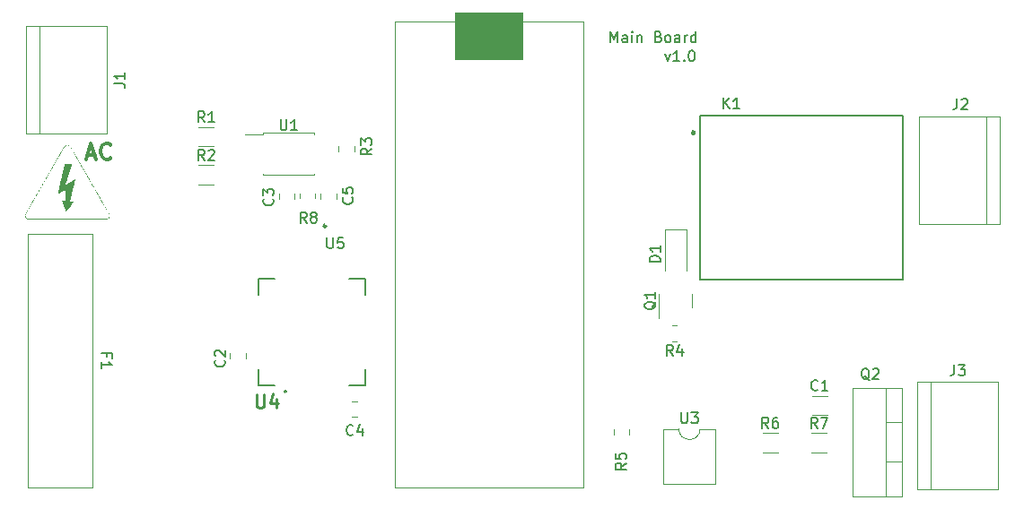
<source format=gbr>
%TF.GenerationSoftware,KiCad,Pcbnew,(6.0.0)*%
%TF.CreationDate,2022-03-17T14:10:33-06:00*%
%TF.ProjectId,main-board,6d61696e-2d62-46f6-9172-642e6b696361,rev?*%
%TF.SameCoordinates,Original*%
%TF.FileFunction,Legend,Top*%
%TF.FilePolarity,Positive*%
%FSLAX46Y46*%
G04 Gerber Fmt 4.6, Leading zero omitted, Abs format (unit mm)*
G04 Created by KiCad (PCBNEW (6.0.0)) date 2022-03-17 14:10:33*
%MOMM*%
%LPD*%
G01*
G04 APERTURE LIST*
%ADD10C,0.300000*%
%ADD11C,0.150000*%
%ADD12C,0.254000*%
%ADD13C,0.120000*%
%ADD14C,0.127000*%
%ADD15C,0.200000*%
%ADD16C,0.250000*%
%ADD17C,0.100000*%
G04 APERTURE END LIST*
D10*
X74121428Y-53750000D02*
X74835714Y-53750000D01*
X73978571Y-54178571D02*
X74478571Y-52678571D01*
X74978571Y-54178571D01*
X76335714Y-54035714D02*
X76264285Y-54107142D01*
X76050000Y-54178571D01*
X75907142Y-54178571D01*
X75692857Y-54107142D01*
X75550000Y-53964285D01*
X75478571Y-53821428D01*
X75407142Y-53535714D01*
X75407142Y-53321428D01*
X75478571Y-53035714D01*
X75550000Y-52892857D01*
X75692857Y-52750000D01*
X75907142Y-52678571D01*
X76050000Y-52678571D01*
X76264285Y-52750000D01*
X76335714Y-52821428D01*
D11*
X128619428Y-44235714D02*
X128857523Y-44902380D01*
X129095619Y-44235714D01*
X130000380Y-44902380D02*
X129428952Y-44902380D01*
X129714666Y-44902380D02*
X129714666Y-43902380D01*
X129619428Y-44045238D01*
X129524190Y-44140476D01*
X129428952Y-44188095D01*
X130428952Y-44807142D02*
X130476571Y-44854761D01*
X130428952Y-44902380D01*
X130381333Y-44854761D01*
X130428952Y-44807142D01*
X130428952Y-44902380D01*
X131095619Y-43902380D02*
X131190857Y-43902380D01*
X131286095Y-43950000D01*
X131333714Y-43997619D01*
X131381333Y-44092857D01*
X131428952Y-44283333D01*
X131428952Y-44521428D01*
X131381333Y-44711904D01*
X131333714Y-44807142D01*
X131286095Y-44854761D01*
X131190857Y-44902380D01*
X131095619Y-44902380D01*
X131000380Y-44854761D01*
X130952761Y-44807142D01*
X130905142Y-44711904D01*
X130857523Y-44521428D01*
X130857523Y-44283333D01*
X130905142Y-44092857D01*
X130952761Y-43997619D01*
X131000380Y-43950000D01*
X131095619Y-43902380D01*
X123484190Y-43124380D02*
X123484190Y-42124380D01*
X123817523Y-42838666D01*
X124150857Y-42124380D01*
X124150857Y-43124380D01*
X125055619Y-43124380D02*
X125055619Y-42600571D01*
X125008000Y-42505333D01*
X124912761Y-42457714D01*
X124722285Y-42457714D01*
X124627047Y-42505333D01*
X125055619Y-43076761D02*
X124960380Y-43124380D01*
X124722285Y-43124380D01*
X124627047Y-43076761D01*
X124579428Y-42981523D01*
X124579428Y-42886285D01*
X124627047Y-42791047D01*
X124722285Y-42743428D01*
X124960380Y-42743428D01*
X125055619Y-42695809D01*
X125531809Y-43124380D02*
X125531809Y-42457714D01*
X125531809Y-42124380D02*
X125484190Y-42172000D01*
X125531809Y-42219619D01*
X125579428Y-42172000D01*
X125531809Y-42124380D01*
X125531809Y-42219619D01*
X126008000Y-42457714D02*
X126008000Y-43124380D01*
X126008000Y-42552952D02*
X126055619Y-42505333D01*
X126150857Y-42457714D01*
X126293714Y-42457714D01*
X126388952Y-42505333D01*
X126436571Y-42600571D01*
X126436571Y-43124380D01*
X128008000Y-42600571D02*
X128150857Y-42648190D01*
X128198476Y-42695809D01*
X128246095Y-42791047D01*
X128246095Y-42933904D01*
X128198476Y-43029142D01*
X128150857Y-43076761D01*
X128055619Y-43124380D01*
X127674666Y-43124380D01*
X127674666Y-42124380D01*
X128008000Y-42124380D01*
X128103238Y-42172000D01*
X128150857Y-42219619D01*
X128198476Y-42314857D01*
X128198476Y-42410095D01*
X128150857Y-42505333D01*
X128103238Y-42552952D01*
X128008000Y-42600571D01*
X127674666Y-42600571D01*
X128817523Y-43124380D02*
X128722285Y-43076761D01*
X128674666Y-43029142D01*
X128627047Y-42933904D01*
X128627047Y-42648190D01*
X128674666Y-42552952D01*
X128722285Y-42505333D01*
X128817523Y-42457714D01*
X128960380Y-42457714D01*
X129055619Y-42505333D01*
X129103238Y-42552952D01*
X129150857Y-42648190D01*
X129150857Y-42933904D01*
X129103238Y-43029142D01*
X129055619Y-43076761D01*
X128960380Y-43124380D01*
X128817523Y-43124380D01*
X130008000Y-43124380D02*
X130008000Y-42600571D01*
X129960380Y-42505333D01*
X129865142Y-42457714D01*
X129674666Y-42457714D01*
X129579428Y-42505333D01*
X130008000Y-43076761D02*
X129912761Y-43124380D01*
X129674666Y-43124380D01*
X129579428Y-43076761D01*
X129531809Y-42981523D01*
X129531809Y-42886285D01*
X129579428Y-42791047D01*
X129674666Y-42743428D01*
X129912761Y-42743428D01*
X130008000Y-42695809D01*
X130484190Y-43124380D02*
X130484190Y-42457714D01*
X130484190Y-42648190D02*
X130531809Y-42552952D01*
X130579428Y-42505333D01*
X130674666Y-42457714D01*
X130769904Y-42457714D01*
X131531809Y-43124380D02*
X131531809Y-42124380D01*
X131531809Y-43076761D02*
X131436571Y-43124380D01*
X131246095Y-43124380D01*
X131150857Y-43076761D01*
X131103238Y-43029142D01*
X131055619Y-42933904D01*
X131055619Y-42648190D01*
X131103238Y-42552952D01*
X131150857Y-42505333D01*
X131246095Y-42457714D01*
X131436571Y-42457714D01*
X131531809Y-42505333D01*
%TO.C,C4*%
X99203333Y-80167142D02*
X99155714Y-80214761D01*
X99012857Y-80262380D01*
X98917619Y-80262380D01*
X98774761Y-80214761D01*
X98679523Y-80119523D01*
X98631904Y-80024285D01*
X98584285Y-79833809D01*
X98584285Y-79690952D01*
X98631904Y-79500476D01*
X98679523Y-79405238D01*
X98774761Y-79310000D01*
X98917619Y-79262380D01*
X99012857Y-79262380D01*
X99155714Y-79310000D01*
X99203333Y-79357619D01*
X100060476Y-79595714D02*
X100060476Y-80262380D01*
X99822380Y-79214761D02*
X99584285Y-79929047D01*
X100203333Y-79929047D01*
%TO.C,Q2*%
X147904761Y-75047619D02*
X147809523Y-75000000D01*
X147714285Y-74904761D01*
X147571428Y-74761904D01*
X147476190Y-74714285D01*
X147380952Y-74714285D01*
X147428571Y-74952380D02*
X147333333Y-74904761D01*
X147238095Y-74809523D01*
X147190476Y-74619047D01*
X147190476Y-74285714D01*
X147238095Y-74095238D01*
X147333333Y-74000000D01*
X147428571Y-73952380D01*
X147619047Y-73952380D01*
X147714285Y-74000000D01*
X147809523Y-74095238D01*
X147857142Y-74285714D01*
X147857142Y-74619047D01*
X147809523Y-74809523D01*
X147714285Y-74904761D01*
X147619047Y-74952380D01*
X147428571Y-74952380D01*
X148238095Y-74047619D02*
X148285714Y-74000000D01*
X148380952Y-73952380D01*
X148619047Y-73952380D01*
X148714285Y-74000000D01*
X148761904Y-74047619D01*
X148809523Y-74142857D01*
X148809523Y-74238095D01*
X148761904Y-74380952D01*
X148190476Y-74952380D01*
X148809523Y-74952380D01*
%TO.C,J2*%
X156166666Y-48452380D02*
X156166666Y-49166666D01*
X156119047Y-49309523D01*
X156023809Y-49404761D01*
X155880952Y-49452380D01*
X155785714Y-49452380D01*
X156595238Y-48547619D02*
X156642857Y-48500000D01*
X156738095Y-48452380D01*
X156976190Y-48452380D01*
X157071428Y-48500000D01*
X157119047Y-48547619D01*
X157166666Y-48642857D01*
X157166666Y-48738095D01*
X157119047Y-48880952D01*
X156547619Y-49452380D01*
X157166666Y-49452380D01*
%TO.C,R1*%
X85173333Y-50672380D02*
X84840000Y-50196190D01*
X84601904Y-50672380D02*
X84601904Y-49672380D01*
X84982857Y-49672380D01*
X85078095Y-49720000D01*
X85125714Y-49767619D01*
X85173333Y-49862857D01*
X85173333Y-50005714D01*
X85125714Y-50100952D01*
X85078095Y-50148571D01*
X84982857Y-50196190D01*
X84601904Y-50196190D01*
X86125714Y-50672380D02*
X85554285Y-50672380D01*
X85840000Y-50672380D02*
X85840000Y-49672380D01*
X85744761Y-49815238D01*
X85649523Y-49910476D01*
X85554285Y-49958095D01*
%TO.C,D1*%
X128162380Y-63868095D02*
X127162380Y-63868095D01*
X127162380Y-63630000D01*
X127210000Y-63487142D01*
X127305238Y-63391904D01*
X127400476Y-63344285D01*
X127590952Y-63296666D01*
X127733809Y-63296666D01*
X127924285Y-63344285D01*
X128019523Y-63391904D01*
X128114761Y-63487142D01*
X128162380Y-63630000D01*
X128162380Y-63868095D01*
X128162380Y-62344285D02*
X128162380Y-62915714D01*
X128162380Y-62630000D02*
X127162380Y-62630000D01*
X127305238Y-62725238D01*
X127400476Y-62820476D01*
X127448095Y-62915714D01*
%TO.C,K1*%
X134128705Y-49406583D02*
X134128705Y-48406489D01*
X134700187Y-49406583D02*
X134271575Y-48835101D01*
X134700187Y-48406489D02*
X134128705Y-48977971D01*
X135652658Y-49406583D02*
X135081175Y-49406583D01*
X135366917Y-49406583D02*
X135366917Y-48406489D01*
X135271669Y-48549360D01*
X135176422Y-48644607D01*
X135081175Y-48692230D01*
%TO.C,R7*%
X142983333Y-79582380D02*
X142650000Y-79106190D01*
X142411904Y-79582380D02*
X142411904Y-78582380D01*
X142792857Y-78582380D01*
X142888095Y-78630000D01*
X142935714Y-78677619D01*
X142983333Y-78772857D01*
X142983333Y-78915714D01*
X142935714Y-79010952D01*
X142888095Y-79058571D01*
X142792857Y-79106190D01*
X142411904Y-79106190D01*
X143316666Y-78582380D02*
X143983333Y-78582380D01*
X143554761Y-79582380D01*
%TO.C,F1*%
X75971428Y-72866666D02*
X75971428Y-72533333D01*
X75447619Y-72533333D02*
X76447619Y-72533333D01*
X76447619Y-73009523D01*
X75447619Y-73914285D02*
X75447619Y-73342857D01*
X75447619Y-73628571D02*
X76447619Y-73628571D01*
X76304761Y-73533333D01*
X76209523Y-73438095D01*
X76161904Y-73342857D01*
%TO.C,J3*%
X155916666Y-73612380D02*
X155916666Y-74326666D01*
X155869047Y-74469523D01*
X155773809Y-74564761D01*
X155630952Y-74612380D01*
X155535714Y-74612380D01*
X156297619Y-73612380D02*
X156916666Y-73612380D01*
X156583333Y-73993333D01*
X156726190Y-73993333D01*
X156821428Y-74040952D01*
X156869047Y-74088571D01*
X156916666Y-74183809D01*
X156916666Y-74421904D01*
X156869047Y-74517142D01*
X156821428Y-74564761D01*
X156726190Y-74612380D01*
X156440476Y-74612380D01*
X156345238Y-74564761D01*
X156297619Y-74517142D01*
%TO.C,J1*%
X76682380Y-47033333D02*
X77396666Y-47033333D01*
X77539523Y-47080952D01*
X77634761Y-47176190D01*
X77682380Y-47319047D01*
X77682380Y-47414285D01*
X77682380Y-46033333D02*
X77682380Y-46604761D01*
X77682380Y-46319047D02*
X76682380Y-46319047D01*
X76825238Y-46414285D01*
X76920476Y-46509523D01*
X76968095Y-46604761D01*
%TO.C,C3*%
X91607142Y-57916666D02*
X91654761Y-57964285D01*
X91702380Y-58107142D01*
X91702380Y-58202380D01*
X91654761Y-58345238D01*
X91559523Y-58440476D01*
X91464285Y-58488095D01*
X91273809Y-58535714D01*
X91130952Y-58535714D01*
X90940476Y-58488095D01*
X90845238Y-58440476D01*
X90750000Y-58345238D01*
X90702380Y-58202380D01*
X90702380Y-58107142D01*
X90750000Y-57964285D01*
X90797619Y-57916666D01*
X90702380Y-57583333D02*
X90702380Y-56964285D01*
X91083333Y-57297619D01*
X91083333Y-57154761D01*
X91130952Y-57059523D01*
X91178571Y-57011904D01*
X91273809Y-56964285D01*
X91511904Y-56964285D01*
X91607142Y-57011904D01*
X91654761Y-57059523D01*
X91702380Y-57154761D01*
X91702380Y-57440476D01*
X91654761Y-57535714D01*
X91607142Y-57583333D01*
%TO.C,R2*%
X85173333Y-54282380D02*
X84840000Y-53806190D01*
X84601904Y-54282380D02*
X84601904Y-53282380D01*
X84982857Y-53282380D01*
X85078095Y-53330000D01*
X85125714Y-53377619D01*
X85173333Y-53472857D01*
X85173333Y-53615714D01*
X85125714Y-53710952D01*
X85078095Y-53758571D01*
X84982857Y-53806190D01*
X84601904Y-53806190D01*
X85554285Y-53377619D02*
X85601904Y-53330000D01*
X85697142Y-53282380D01*
X85935238Y-53282380D01*
X86030476Y-53330000D01*
X86078095Y-53377619D01*
X86125714Y-53472857D01*
X86125714Y-53568095D01*
X86078095Y-53710952D01*
X85506666Y-54282380D01*
X86125714Y-54282380D01*
%TO.C,R3*%
X100952380Y-53166666D02*
X100476190Y-53500000D01*
X100952380Y-53738095D02*
X99952380Y-53738095D01*
X99952380Y-53357142D01*
X100000000Y-53261904D01*
X100047619Y-53214285D01*
X100142857Y-53166666D01*
X100285714Y-53166666D01*
X100380952Y-53214285D01*
X100428571Y-53261904D01*
X100476190Y-53357142D01*
X100476190Y-53738095D01*
X99952380Y-52833333D02*
X99952380Y-52214285D01*
X100333333Y-52547619D01*
X100333333Y-52404761D01*
X100380952Y-52309523D01*
X100428571Y-52261904D01*
X100523809Y-52214285D01*
X100761904Y-52214285D01*
X100857142Y-52261904D01*
X100904761Y-52309523D01*
X100952380Y-52404761D01*
X100952380Y-52690476D01*
X100904761Y-52785714D01*
X100857142Y-52833333D01*
%TO.C,U1*%
X92348095Y-50432380D02*
X92348095Y-51241904D01*
X92395714Y-51337142D01*
X92443333Y-51384761D01*
X92538571Y-51432380D01*
X92729047Y-51432380D01*
X92824285Y-51384761D01*
X92871904Y-51337142D01*
X92919523Y-51241904D01*
X92919523Y-50432380D01*
X93919523Y-51432380D02*
X93348095Y-51432380D01*
X93633809Y-51432380D02*
X93633809Y-50432380D01*
X93538571Y-50575238D01*
X93443333Y-50670476D01*
X93348095Y-50718095D01*
D12*
%TO.C,U4*%
X90082380Y-76394523D02*
X90082380Y-77422619D01*
X90142857Y-77543571D01*
X90203333Y-77604047D01*
X90324285Y-77664523D01*
X90566190Y-77664523D01*
X90687142Y-77604047D01*
X90747619Y-77543571D01*
X90808095Y-77422619D01*
X90808095Y-76394523D01*
X91957142Y-76817857D02*
X91957142Y-77664523D01*
X91654761Y-76334047D02*
X91352380Y-77241190D01*
X92138571Y-77241190D01*
D11*
%TO.C,C2*%
X87047142Y-73156666D02*
X87094761Y-73204285D01*
X87142380Y-73347142D01*
X87142380Y-73442380D01*
X87094761Y-73585238D01*
X86999523Y-73680476D01*
X86904285Y-73728095D01*
X86713809Y-73775714D01*
X86570952Y-73775714D01*
X86380476Y-73728095D01*
X86285238Y-73680476D01*
X86190000Y-73585238D01*
X86142380Y-73442380D01*
X86142380Y-73347142D01*
X86190000Y-73204285D01*
X86237619Y-73156666D01*
X86237619Y-72775714D02*
X86190000Y-72728095D01*
X86142380Y-72632857D01*
X86142380Y-72394761D01*
X86190000Y-72299523D01*
X86237619Y-72251904D01*
X86332857Y-72204285D01*
X86428095Y-72204285D01*
X86570952Y-72251904D01*
X87142380Y-72823333D01*
X87142380Y-72204285D01*
%TO.C,Q1*%
X127777619Y-67635238D02*
X127730000Y-67730476D01*
X127634761Y-67825714D01*
X127491904Y-67968571D01*
X127444285Y-68063809D01*
X127444285Y-68159047D01*
X127682380Y-68111428D02*
X127634761Y-68206666D01*
X127539523Y-68301904D01*
X127349047Y-68349523D01*
X127015714Y-68349523D01*
X126825238Y-68301904D01*
X126730000Y-68206666D01*
X126682380Y-68111428D01*
X126682380Y-67920952D01*
X126730000Y-67825714D01*
X126825238Y-67730476D01*
X127015714Y-67682857D01*
X127349047Y-67682857D01*
X127539523Y-67730476D01*
X127634761Y-67825714D01*
X127682380Y-67920952D01*
X127682380Y-68111428D01*
X127682380Y-66730476D02*
X127682380Y-67301904D01*
X127682380Y-67016190D02*
X126682380Y-67016190D01*
X126825238Y-67111428D01*
X126920476Y-67206666D01*
X126968095Y-67301904D01*
%TO.C,R5*%
X124962380Y-82896666D02*
X124486190Y-83230000D01*
X124962380Y-83468095D02*
X123962380Y-83468095D01*
X123962380Y-83087142D01*
X124010000Y-82991904D01*
X124057619Y-82944285D01*
X124152857Y-82896666D01*
X124295714Y-82896666D01*
X124390952Y-82944285D01*
X124438571Y-82991904D01*
X124486190Y-83087142D01*
X124486190Y-83468095D01*
X123962380Y-81991904D02*
X123962380Y-82468095D01*
X124438571Y-82515714D01*
X124390952Y-82468095D01*
X124343333Y-82372857D01*
X124343333Y-82134761D01*
X124390952Y-82039523D01*
X124438571Y-81991904D01*
X124533809Y-81944285D01*
X124771904Y-81944285D01*
X124867142Y-81991904D01*
X124914761Y-82039523D01*
X124962380Y-82134761D01*
X124962380Y-82372857D01*
X124914761Y-82468095D01*
X124867142Y-82515714D01*
%TO.C,U5*%
X96738095Y-61572380D02*
X96738095Y-62381904D01*
X96785714Y-62477142D01*
X96833333Y-62524761D01*
X96928571Y-62572380D01*
X97119047Y-62572380D01*
X97214285Y-62524761D01*
X97261904Y-62477142D01*
X97309523Y-62381904D01*
X97309523Y-61572380D01*
X98261904Y-61572380D02*
X97785714Y-61572380D01*
X97738095Y-62048571D01*
X97785714Y-62000952D01*
X97880952Y-61953333D01*
X98119047Y-61953333D01*
X98214285Y-62000952D01*
X98261904Y-62048571D01*
X98309523Y-62143809D01*
X98309523Y-62381904D01*
X98261904Y-62477142D01*
X98214285Y-62524761D01*
X98119047Y-62572380D01*
X97880952Y-62572380D01*
X97785714Y-62524761D01*
X97738095Y-62477142D01*
%TO.C,U3*%
X130168095Y-78112380D02*
X130168095Y-78921904D01*
X130215714Y-79017142D01*
X130263333Y-79064761D01*
X130358571Y-79112380D01*
X130549047Y-79112380D01*
X130644285Y-79064761D01*
X130691904Y-79017142D01*
X130739523Y-78921904D01*
X130739523Y-78112380D01*
X131120476Y-78112380D02*
X131739523Y-78112380D01*
X131406190Y-78493333D01*
X131549047Y-78493333D01*
X131644285Y-78540952D01*
X131691904Y-78588571D01*
X131739523Y-78683809D01*
X131739523Y-78921904D01*
X131691904Y-79017142D01*
X131644285Y-79064761D01*
X131549047Y-79112380D01*
X131263333Y-79112380D01*
X131168095Y-79064761D01*
X131120476Y-79017142D01*
%TO.C,R8*%
X94803333Y-60192380D02*
X94470000Y-59716190D01*
X94231904Y-60192380D02*
X94231904Y-59192380D01*
X94612857Y-59192380D01*
X94708095Y-59240000D01*
X94755714Y-59287619D01*
X94803333Y-59382857D01*
X94803333Y-59525714D01*
X94755714Y-59620952D01*
X94708095Y-59668571D01*
X94612857Y-59716190D01*
X94231904Y-59716190D01*
X95374761Y-59620952D02*
X95279523Y-59573333D01*
X95231904Y-59525714D01*
X95184285Y-59430476D01*
X95184285Y-59382857D01*
X95231904Y-59287619D01*
X95279523Y-59240000D01*
X95374761Y-59192380D01*
X95565238Y-59192380D01*
X95660476Y-59240000D01*
X95708095Y-59287619D01*
X95755714Y-59382857D01*
X95755714Y-59430476D01*
X95708095Y-59525714D01*
X95660476Y-59573333D01*
X95565238Y-59620952D01*
X95374761Y-59620952D01*
X95279523Y-59668571D01*
X95231904Y-59716190D01*
X95184285Y-59811428D01*
X95184285Y-60001904D01*
X95231904Y-60097142D01*
X95279523Y-60144761D01*
X95374761Y-60192380D01*
X95565238Y-60192380D01*
X95660476Y-60144761D01*
X95708095Y-60097142D01*
X95755714Y-60001904D01*
X95755714Y-59811428D01*
X95708095Y-59716190D01*
X95660476Y-59668571D01*
X95565238Y-59620952D01*
%TO.C,R6*%
X138373333Y-79582380D02*
X138040000Y-79106190D01*
X137801904Y-79582380D02*
X137801904Y-78582380D01*
X138182857Y-78582380D01*
X138278095Y-78630000D01*
X138325714Y-78677619D01*
X138373333Y-78772857D01*
X138373333Y-78915714D01*
X138325714Y-79010952D01*
X138278095Y-79058571D01*
X138182857Y-79106190D01*
X137801904Y-79106190D01*
X139230476Y-78582380D02*
X139040000Y-78582380D01*
X138944761Y-78630000D01*
X138897142Y-78677619D01*
X138801904Y-78820476D01*
X138754285Y-79010952D01*
X138754285Y-79391904D01*
X138801904Y-79487142D01*
X138849523Y-79534761D01*
X138944761Y-79582380D01*
X139135238Y-79582380D01*
X139230476Y-79534761D01*
X139278095Y-79487142D01*
X139325714Y-79391904D01*
X139325714Y-79153809D01*
X139278095Y-79058571D01*
X139230476Y-79010952D01*
X139135238Y-78963333D01*
X138944761Y-78963333D01*
X138849523Y-79010952D01*
X138801904Y-79058571D01*
X138754285Y-79153809D01*
%TO.C,C1*%
X143033333Y-75947142D02*
X142985714Y-75994761D01*
X142842857Y-76042380D01*
X142747619Y-76042380D01*
X142604761Y-75994761D01*
X142509523Y-75899523D01*
X142461904Y-75804285D01*
X142414285Y-75613809D01*
X142414285Y-75470952D01*
X142461904Y-75280476D01*
X142509523Y-75185238D01*
X142604761Y-75090000D01*
X142747619Y-75042380D01*
X142842857Y-75042380D01*
X142985714Y-75090000D01*
X143033333Y-75137619D01*
X143985714Y-76042380D02*
X143414285Y-76042380D01*
X143700000Y-76042380D02*
X143700000Y-75042380D01*
X143604761Y-75185238D01*
X143509523Y-75280476D01*
X143414285Y-75328095D01*
%TO.C,R4*%
X129373333Y-72732380D02*
X129040000Y-72256190D01*
X128801904Y-72732380D02*
X128801904Y-71732380D01*
X129182857Y-71732380D01*
X129278095Y-71780000D01*
X129325714Y-71827619D01*
X129373333Y-71922857D01*
X129373333Y-72065714D01*
X129325714Y-72160952D01*
X129278095Y-72208571D01*
X129182857Y-72256190D01*
X128801904Y-72256190D01*
X130230476Y-72065714D02*
X130230476Y-72732380D01*
X129992380Y-71684761D02*
X129754285Y-72399047D01*
X130373333Y-72399047D01*
%TO.C,C5*%
X99097142Y-57786666D02*
X99144761Y-57834285D01*
X99192380Y-57977142D01*
X99192380Y-58072380D01*
X99144761Y-58215238D01*
X99049523Y-58310476D01*
X98954285Y-58358095D01*
X98763809Y-58405714D01*
X98620952Y-58405714D01*
X98430476Y-58358095D01*
X98335238Y-58310476D01*
X98240000Y-58215238D01*
X98192380Y-58072380D01*
X98192380Y-57977142D01*
X98240000Y-57834285D01*
X98287619Y-57786666D01*
X98192380Y-56881904D02*
X98192380Y-57358095D01*
X98668571Y-57405714D01*
X98620952Y-57358095D01*
X98573333Y-57262857D01*
X98573333Y-57024761D01*
X98620952Y-56929523D01*
X98668571Y-56881904D01*
X98763809Y-56834285D01*
X99001904Y-56834285D01*
X99097142Y-56881904D01*
X99144761Y-56929523D01*
X99192380Y-57024761D01*
X99192380Y-57262857D01*
X99144761Y-57358095D01*
X99097142Y-57405714D01*
D13*
%TO.C,C4*%
X99607252Y-77071000D02*
X99084748Y-77071000D01*
X99607252Y-78541000D02*
X99084748Y-78541000D01*
%TO.C,Q2*%
X149440000Y-75780000D02*
X149440000Y-86020000D01*
X150950000Y-79050000D02*
X149440000Y-79050000D01*
X150950000Y-75780000D02*
X150950000Y-86020000D01*
X150950000Y-75780000D02*
X146309000Y-75780000D01*
X150950000Y-86020000D02*
X146309000Y-86020000D01*
X150950000Y-82751000D02*
X149440000Y-82751000D01*
X146309000Y-75780000D02*
X146309000Y-86020000D01*
%TO.C,J2*%
X158900000Y-50110000D02*
X158900000Y-60270000D01*
X160170000Y-50110000D02*
X152550000Y-50110000D01*
X152550000Y-60270000D02*
X160170000Y-60270000D01*
X160170000Y-60270000D02*
X160170000Y-50110000D01*
X152550000Y-50110000D02*
X152550000Y-60270000D01*
%TO.C,R1*%
X84612936Y-52950000D02*
X86067064Y-52950000D01*
X84612936Y-51130000D02*
X86067064Y-51130000D01*
%TO.C,G\u002A\u002A\u002A*%
G36*
X68260037Y-59406957D02*
G01*
X68272431Y-59371994D01*
X68290345Y-59332417D01*
X68314274Y-59286274D01*
X68344715Y-59231611D01*
X68358242Y-59207937D01*
X68372172Y-59183661D01*
X68392143Y-59148837D01*
X68417570Y-59104488D01*
X68447866Y-59051638D01*
X68482447Y-58991308D01*
X68520725Y-58924521D01*
X68562115Y-58852299D01*
X68606032Y-58775664D01*
X68651888Y-58695640D01*
X68699098Y-58613248D01*
X68747076Y-58529511D01*
X68762074Y-58503333D01*
X68852808Y-58344965D01*
X68937653Y-58196882D01*
X69017343Y-58057800D01*
X69092614Y-57926433D01*
X69164204Y-57801497D01*
X69232848Y-57681707D01*
X69299282Y-57565779D01*
X69364243Y-57452427D01*
X69428467Y-57340368D01*
X69492690Y-57228315D01*
X69557649Y-57114986D01*
X69624079Y-56999094D01*
X69659864Y-56936667D01*
X69696629Y-56872529D01*
X69739045Y-56798529D01*
X69786136Y-56716371D01*
X69836923Y-56627763D01*
X69890428Y-56534408D01*
X69945676Y-56438014D01*
X70001687Y-56340285D01*
X70057484Y-56242927D01*
X70112089Y-56147646D01*
X70164526Y-56056149D01*
X70185242Y-56020000D01*
X70234622Y-55933836D01*
X70285215Y-55845558D01*
X70336210Y-55756584D01*
X70386794Y-55668329D01*
X70436156Y-55582211D01*
X70483482Y-55499646D01*
X70527962Y-55422051D01*
X70568783Y-55350843D01*
X70605133Y-55287438D01*
X70636200Y-55233254D01*
X70653357Y-55203333D01*
X70692226Y-55135548D01*
X70735300Y-55060418D01*
X70780793Y-54981062D01*
X70826915Y-54900600D01*
X70871879Y-54822150D01*
X70913899Y-54748831D01*
X70951184Y-54683762D01*
X70953340Y-54680000D01*
X70990267Y-54615553D01*
X71032039Y-54542658D01*
X71076867Y-54464434D01*
X71122963Y-54384002D01*
X71168539Y-54304481D01*
X71211809Y-54228989D01*
X71250984Y-54160646D01*
X71253266Y-54156667D01*
X71286397Y-54098859D01*
X71324899Y-54031664D01*
X71367519Y-53957266D01*
X71413007Y-53877850D01*
X71460110Y-53795603D01*
X71507577Y-53712707D01*
X71554157Y-53631350D01*
X71598598Y-53553716D01*
X71619803Y-53516667D01*
X71664780Y-53438210D01*
X71703923Y-53370257D01*
X71737922Y-53311684D01*
X71767465Y-53261367D01*
X71793242Y-53218180D01*
X71815941Y-53181000D01*
X71836251Y-53148702D01*
X71854863Y-53120161D01*
X71872464Y-53094253D01*
X71889744Y-53069853D01*
X71907391Y-53045837D01*
X71912449Y-53039087D01*
X71940154Y-53002388D01*
X71961716Y-52974535D01*
X71978951Y-52953676D01*
X71993674Y-52937959D01*
X72007702Y-52925533D01*
X72022849Y-52914546D01*
X72040931Y-52903146D01*
X72052615Y-52896131D01*
X72084344Y-52878100D01*
X72110915Y-52865754D01*
X72137953Y-52856938D01*
X72171084Y-52849494D01*
X72177550Y-52848244D01*
X72207599Y-52842700D01*
X72229587Y-52839682D01*
X72248235Y-52839231D01*
X72268265Y-52841389D01*
X72294396Y-52846197D01*
X72310232Y-52849405D01*
X72344510Y-52857162D01*
X72372174Y-52865767D01*
X72398453Y-52877284D01*
X72428577Y-52893779D01*
X72440628Y-52900890D01*
X72462288Y-52914353D01*
X72482766Y-52928473D01*
X72502573Y-52943982D01*
X72522218Y-52961614D01*
X72542212Y-52982100D01*
X72563064Y-53006174D01*
X72585283Y-53034569D01*
X72609380Y-53068018D01*
X72635865Y-53107253D01*
X72665247Y-53153007D01*
X72698036Y-53206014D01*
X72734742Y-53267005D01*
X72775874Y-53336714D01*
X72821944Y-53415874D01*
X72873459Y-53505218D01*
X72930931Y-53605477D01*
X72931611Y-53606667D01*
X73011121Y-53745645D01*
X73093881Y-53890290D01*
X73179037Y-54039106D01*
X73265733Y-54190601D01*
X73353114Y-54343281D01*
X73440326Y-54495652D01*
X73526514Y-54646220D01*
X73610822Y-54793492D01*
X73692395Y-54935975D01*
X73770380Y-55072174D01*
X73843920Y-55200597D01*
X73912160Y-55319748D01*
X73946672Y-55380000D01*
X73979461Y-55437247D01*
X74018005Y-55504553D01*
X74061438Y-55580406D01*
X74108894Y-55663292D01*
X74159506Y-55751698D01*
X74212409Y-55844111D01*
X74266735Y-55939017D01*
X74321620Y-56034904D01*
X74376195Y-56130258D01*
X74429596Y-56223565D01*
X74473338Y-56300000D01*
X74525981Y-56391990D01*
X74581188Y-56488457D01*
X74638016Y-56587749D01*
X74695519Y-56688217D01*
X74752754Y-56788212D01*
X74808775Y-56886084D01*
X74862640Y-56980183D01*
X74913404Y-57068861D01*
X74960122Y-57150466D01*
X75001850Y-57223349D01*
X75028562Y-57270000D01*
X75114549Y-57420166D01*
X75194347Y-57559522D01*
X75268392Y-57688831D01*
X75337121Y-57808853D01*
X75400970Y-57920351D01*
X75460374Y-58024087D01*
X75515770Y-58120821D01*
X75567595Y-58211315D01*
X75616284Y-58296332D01*
X75662273Y-58376632D01*
X75705999Y-58452977D01*
X75747898Y-58526129D01*
X75788406Y-58596849D01*
X75827959Y-58665900D01*
X75866994Y-58734042D01*
X75905946Y-58802037D01*
X75945252Y-58870648D01*
X75973527Y-58920000D01*
X76014202Y-58991134D01*
X76053163Y-59059532D01*
X76089864Y-59124220D01*
X76123759Y-59184226D01*
X76154303Y-59238576D01*
X76180951Y-59286297D01*
X76203158Y-59326414D01*
X76220378Y-59357955D01*
X76232065Y-59379946D01*
X76237675Y-59391413D01*
X76237804Y-59391738D01*
X76247561Y-59431730D01*
X76250253Y-59479502D01*
X76246408Y-59531871D01*
X76236553Y-59585656D01*
X76221214Y-59637676D01*
X76200920Y-59684748D01*
X76184717Y-59712076D01*
X76142513Y-59763027D01*
X76091914Y-59804064D01*
X76032233Y-59835683D01*
X75994920Y-59849356D01*
X75929840Y-59870000D01*
X72848253Y-59868417D01*
X72640202Y-59868304D01*
X72432965Y-59868177D01*
X72227075Y-59868037D01*
X72023069Y-59867886D01*
X71821479Y-59867724D01*
X71622842Y-59867552D01*
X71427692Y-59867370D01*
X71236564Y-59867179D01*
X71049992Y-59866980D01*
X70868512Y-59866774D01*
X70692658Y-59866561D01*
X70522964Y-59866342D01*
X70359966Y-59866118D01*
X70204199Y-59865889D01*
X70056196Y-59865656D01*
X69916494Y-59865421D01*
X69785626Y-59865183D01*
X69664128Y-59864944D01*
X69552533Y-59864703D01*
X69451378Y-59864463D01*
X69361196Y-59864223D01*
X69282523Y-59863984D01*
X69215893Y-59863747D01*
X69161841Y-59863513D01*
X69143333Y-59863417D01*
X68520000Y-59860000D01*
X68468225Y-59837467D01*
X68408233Y-59804433D01*
X68357224Y-59761778D01*
X68315791Y-59710245D01*
X68284525Y-59650578D01*
X68264020Y-59583517D01*
X68263482Y-59580933D01*
X68255724Y-59539739D01*
X68251005Y-59503697D01*
X68249821Y-59470855D01*
X68251235Y-59455151D01*
X68295695Y-59455151D01*
X68296484Y-59483048D01*
X68298481Y-59516215D01*
X68301051Y-59551281D01*
X68303857Y-59576902D01*
X68307871Y-59596947D01*
X68314062Y-59615285D01*
X68323404Y-59635785D01*
X68333535Y-59655827D01*
X68360068Y-59700404D01*
X68390470Y-59736212D01*
X68427837Y-59766226D01*
X68475264Y-59793419D01*
X68478307Y-59794932D01*
X68519878Y-59812349D01*
X68559651Y-59821754D01*
X68573333Y-59823430D01*
X68584364Y-59823862D01*
X68608236Y-59824277D01*
X68644478Y-59824675D01*
X68692619Y-59825055D01*
X68752188Y-59825419D01*
X68822715Y-59825766D01*
X68903728Y-59826096D01*
X68994758Y-59826410D01*
X69095333Y-59826706D01*
X69204983Y-59826986D01*
X69323237Y-59827250D01*
X69449625Y-59827497D01*
X69583675Y-59827727D01*
X69724917Y-59827941D01*
X69872881Y-59828138D01*
X70027095Y-59828320D01*
X70187089Y-59828485D01*
X70352392Y-59828633D01*
X70522534Y-59828766D01*
X70697043Y-59828883D01*
X70875449Y-59828983D01*
X71057282Y-59829068D01*
X71242070Y-59829136D01*
X71429344Y-59829189D01*
X71618631Y-59829226D01*
X71809462Y-59829247D01*
X72001366Y-59829252D01*
X72193872Y-59829242D01*
X72386510Y-59829216D01*
X72578808Y-59829175D01*
X72770296Y-59829118D01*
X72960504Y-59829046D01*
X73148960Y-59828958D01*
X73335194Y-59828855D01*
X73518735Y-59828737D01*
X73699113Y-59828603D01*
X73875857Y-59828455D01*
X74048495Y-59828291D01*
X74216558Y-59828112D01*
X74379575Y-59827919D01*
X74537075Y-59827710D01*
X74688587Y-59827486D01*
X74833641Y-59827248D01*
X74971765Y-59826995D01*
X75102490Y-59826727D01*
X75225344Y-59826445D01*
X75339857Y-59826148D01*
X75445558Y-59825836D01*
X75541976Y-59825510D01*
X75628641Y-59825170D01*
X75705082Y-59824815D01*
X75770829Y-59824446D01*
X75825409Y-59824062D01*
X75868354Y-59823664D01*
X75899192Y-59823253D01*
X75917452Y-59822827D01*
X75922197Y-59822562D01*
X75955807Y-59818009D01*
X75981652Y-59812278D01*
X76005289Y-59803647D01*
X76032274Y-59790392D01*
X76041014Y-59785711D01*
X76094696Y-59749931D01*
X76137926Y-59706098D01*
X76171423Y-59653438D01*
X76179162Y-59636991D01*
X76187502Y-59616587D01*
X76193259Y-59597797D01*
X76197066Y-59577010D01*
X76199557Y-59550616D01*
X76201364Y-59515003D01*
X76201598Y-59509084D01*
X76202565Y-59462291D01*
X76201310Y-59427528D01*
X76197780Y-59403671D01*
X76196473Y-59399084D01*
X76194332Y-59392620D01*
X76192005Y-59386269D01*
X76188937Y-59379033D01*
X76184572Y-59369910D01*
X76178354Y-59357901D01*
X76169727Y-59342006D01*
X76158136Y-59321225D01*
X76143025Y-59294557D01*
X76123837Y-59261004D01*
X76100018Y-59219563D01*
X76071011Y-59169237D01*
X76036260Y-59109024D01*
X76009881Y-59063333D01*
X75977425Y-59007112D01*
X75943825Y-58948894D01*
X75910434Y-58891028D01*
X75878607Y-58835861D01*
X75849699Y-58785740D01*
X75825063Y-58743014D01*
X75809879Y-58716667D01*
X75785820Y-58674914D01*
X75757087Y-58625061D01*
X75725667Y-58570553D01*
X75693547Y-58514839D01*
X75662716Y-58461366D01*
X75646550Y-58433333D01*
X75590411Y-58335979D01*
X75537887Y-58244877D01*
X75488460Y-58159124D01*
X75441611Y-58077817D01*
X75396822Y-58000052D01*
X75353575Y-57924925D01*
X75311350Y-57851534D01*
X75269629Y-57778973D01*
X75227894Y-57706340D01*
X75185626Y-57632732D01*
X75142307Y-57557244D01*
X75097417Y-57478973D01*
X75050439Y-57397016D01*
X75000854Y-57310468D01*
X74948143Y-57218427D01*
X74891787Y-57119989D01*
X74831269Y-57014251D01*
X74766069Y-56900308D01*
X74695670Y-56777257D01*
X74619552Y-56644195D01*
X74559951Y-56540000D01*
X74497418Y-56430676D01*
X74433948Y-56319721D01*
X74370132Y-56208164D01*
X74306557Y-56097033D01*
X74243814Y-55987358D01*
X74182489Y-55880169D01*
X74123174Y-55776494D01*
X74066455Y-55677362D01*
X74012923Y-55583804D01*
X73963166Y-55496847D01*
X73917772Y-55417522D01*
X73877332Y-55346858D01*
X73842433Y-55285883D01*
X73818076Y-55243333D01*
X73785047Y-55185635D01*
X73746117Y-55117626D01*
X73702009Y-55040565D01*
X73653444Y-54955715D01*
X73601144Y-54864335D01*
X73545831Y-54767688D01*
X73488226Y-54667034D01*
X73429051Y-54563634D01*
X73369027Y-54458749D01*
X73308877Y-54353640D01*
X73249321Y-54249568D01*
X73191082Y-54147794D01*
X73171363Y-54113333D01*
X73117700Y-54019559D01*
X73065063Y-53927589D01*
X73013922Y-53838243D01*
X72964746Y-53752339D01*
X72918002Y-53670696D01*
X72874161Y-53594131D01*
X72833690Y-53523464D01*
X72797058Y-53459514D01*
X72764734Y-53403098D01*
X72737188Y-53355035D01*
X72714887Y-53316144D01*
X72698301Y-53287244D01*
X72688386Y-53270000D01*
X72662798Y-53227586D01*
X72631957Y-53179562D01*
X72599016Y-53130667D01*
X72567129Y-53085638D01*
X72553031Y-53066667D01*
X72477208Y-52966667D01*
X72401937Y-52928459D01*
X72370101Y-52912512D01*
X72346316Y-52901609D01*
X72326814Y-52894625D01*
X72307824Y-52890438D01*
X72285576Y-52887926D01*
X72260000Y-52886191D01*
X72226958Y-52884622D01*
X72202219Y-52884998D01*
X72180830Y-52887843D01*
X72157836Y-52893680D01*
X72141570Y-52898721D01*
X72091178Y-52920974D01*
X72042160Y-52954063D01*
X71997616Y-52995602D01*
X71967888Y-53032448D01*
X71949278Y-53058712D01*
X71927306Y-53089385D01*
X71906510Y-53118134D01*
X71905151Y-53120000D01*
X71900367Y-53126580D01*
X71895714Y-53133086D01*
X71890883Y-53140055D01*
X71885561Y-53148023D01*
X71879438Y-53157526D01*
X71872201Y-53169102D01*
X71863541Y-53183287D01*
X71853145Y-53200618D01*
X71840702Y-53221632D01*
X71825902Y-53246864D01*
X71808432Y-53276852D01*
X71787982Y-53312132D01*
X71764239Y-53353242D01*
X71736894Y-53400717D01*
X71705635Y-53455094D01*
X71670149Y-53516911D01*
X71630127Y-53586703D01*
X71585257Y-53665007D01*
X71535227Y-53752360D01*
X71479727Y-53849299D01*
X71418444Y-53956361D01*
X71351068Y-54074081D01*
X71299988Y-54163333D01*
X71211000Y-54318821D01*
X71128170Y-54463550D01*
X71051033Y-54598334D01*
X70979123Y-54723984D01*
X70911975Y-54841315D01*
X70849123Y-54951140D01*
X70790103Y-55054272D01*
X70734449Y-55151524D01*
X70681697Y-55243708D01*
X70631379Y-55331639D01*
X70583033Y-55416130D01*
X70536191Y-55497993D01*
X70490389Y-55578041D01*
X70445161Y-55657089D01*
X70400043Y-55735948D01*
X70354569Y-55815433D01*
X70308274Y-55896356D01*
X70260692Y-55979530D01*
X70211358Y-56065769D01*
X70159807Y-56155885D01*
X70105573Y-56250692D01*
X70048193Y-56351004D01*
X69987199Y-56457632D01*
X69926736Y-56563333D01*
X69847384Y-56702052D01*
X69774210Y-56829961D01*
X69706777Y-56947822D01*
X69644645Y-57056402D01*
X69587377Y-57156465D01*
X69534534Y-57248775D01*
X69485678Y-57334096D01*
X69440370Y-57413194D01*
X69398172Y-57486833D01*
X69358646Y-57555777D01*
X69321353Y-57620792D01*
X69285856Y-57682641D01*
X69251714Y-57742089D01*
X69218491Y-57799901D01*
X69185748Y-57856842D01*
X69153047Y-57913675D01*
X69119948Y-57971166D01*
X69086015Y-58030078D01*
X69050808Y-58091178D01*
X69041881Y-58106667D01*
X69006776Y-58167578D01*
X68967550Y-58235650D01*
X68926248Y-58307332D01*
X68884916Y-58379071D01*
X68845600Y-58447318D01*
X68810347Y-58508520D01*
X68801815Y-58523333D01*
X68774581Y-58570612D01*
X68741917Y-58627306D01*
X68705053Y-58691283D01*
X68665218Y-58760406D01*
X68623643Y-58832542D01*
X68581558Y-58905556D01*
X68540193Y-58977313D01*
X68500779Y-59045680D01*
X68500210Y-59046667D01*
X68465291Y-59107481D01*
X68432120Y-59165731D01*
X68401354Y-59220232D01*
X68373649Y-59269798D01*
X68349662Y-59313244D01*
X68330049Y-59349385D01*
X68315466Y-59377035D01*
X68306570Y-59395008D01*
X68304322Y-59400388D01*
X68299448Y-59417129D01*
X68296628Y-59434280D01*
X68295695Y-59455151D01*
X68251235Y-59455151D01*
X68252665Y-59439260D01*
X68260037Y-59406957D01*
G37*
G36*
X72553582Y-54644579D02*
G01*
X72585576Y-54645510D01*
X72609682Y-54647173D01*
X72626990Y-54649644D01*
X72638586Y-54653003D01*
X72645560Y-54657327D01*
X72648999Y-54662694D01*
X72649993Y-54669183D01*
X72650000Y-54669913D01*
X72647954Y-54688461D01*
X72642150Y-54717761D01*
X72633089Y-54755931D01*
X72621272Y-54801086D01*
X72607199Y-54851344D01*
X72591372Y-54904823D01*
X72574291Y-54959639D01*
X72566652Y-54983256D01*
X72556425Y-55014574D01*
X72542553Y-55057167D01*
X72525492Y-55109625D01*
X72505702Y-55170535D01*
X72483639Y-55238487D01*
X72459763Y-55312071D01*
X72434530Y-55389874D01*
X72408400Y-55470487D01*
X72381829Y-55552497D01*
X72359969Y-55620000D01*
X72332444Y-55705013D01*
X72304284Y-55791980D01*
X72276039Y-55879203D01*
X72248258Y-55964983D01*
X72221493Y-56047622D01*
X72196293Y-56125422D01*
X72173209Y-56196685D01*
X72152789Y-56259713D01*
X72135585Y-56312806D01*
X72126772Y-56340000D01*
X72105250Y-56406490D01*
X72087578Y-56461409D01*
X72073457Y-56505858D01*
X72062587Y-56540939D01*
X72054670Y-56567752D01*
X72049407Y-56587398D01*
X72046499Y-56600977D01*
X72045646Y-56609591D01*
X72046549Y-56614341D01*
X72048910Y-56616327D01*
X72051616Y-56616667D01*
X72060339Y-56613268D01*
X72078015Y-56603922D01*
X72102388Y-56589901D01*
X72131202Y-56572478D01*
X72143812Y-56564625D01*
X72174374Y-56545470D01*
X72213264Y-56521158D01*
X72257483Y-56493559D01*
X72304031Y-56464547D01*
X72349906Y-56435993D01*
X72366666Y-56425573D01*
X72405332Y-56401533D01*
X72452953Y-56371907D01*
X72507173Y-56338165D01*
X72565631Y-56301775D01*
X72625968Y-56264206D01*
X72685828Y-56226924D01*
X72738224Y-56194281D01*
X72788582Y-56163054D01*
X72835655Y-56134150D01*
X72878196Y-56108315D01*
X72914955Y-56086295D01*
X72944684Y-56068835D01*
X72966133Y-56056681D01*
X72978054Y-56050579D01*
X72979891Y-56050000D01*
X72988808Y-56054433D01*
X72989984Y-56058333D01*
X72988600Y-56066586D01*
X72984673Y-56086323D01*
X72978526Y-56116004D01*
X72970483Y-56154091D01*
X72960871Y-56199048D01*
X72950012Y-56249334D01*
X72939707Y-56296667D01*
X72931656Y-56333152D01*
X72922764Y-56372737D01*
X72912887Y-56416011D01*
X72901883Y-56463564D01*
X72889610Y-56515987D01*
X72875925Y-56573869D01*
X72860684Y-56637801D01*
X72843747Y-56708372D01*
X72824969Y-56786172D01*
X72804208Y-56871793D01*
X72781321Y-56965823D01*
X72756167Y-57068853D01*
X72728602Y-57181472D01*
X72698483Y-57304272D01*
X72665668Y-57437842D01*
X72630014Y-57582772D01*
X72591379Y-57739652D01*
X72563538Y-57852617D01*
X72544046Y-57931713D01*
X72527540Y-57998859D01*
X72513818Y-58055052D01*
X72502677Y-58101286D01*
X72493916Y-58138560D01*
X72487332Y-58167868D01*
X72482721Y-58190207D01*
X72479883Y-58206574D01*
X72478614Y-58217964D01*
X72478712Y-58225374D01*
X72479975Y-58229800D01*
X72482200Y-58232239D01*
X72485184Y-58233686D01*
X72486038Y-58234015D01*
X72495308Y-58233578D01*
X72515595Y-58230128D01*
X72545028Y-58224067D01*
X72581734Y-58215796D01*
X72623843Y-58205718D01*
X72660418Y-58196560D01*
X72705048Y-58185352D01*
X72745335Y-58175588D01*
X72779506Y-58167668D01*
X72805793Y-58161992D01*
X72822424Y-58158960D01*
X72827630Y-58158741D01*
X72828809Y-58160799D01*
X72828836Y-58164096D01*
X72827325Y-58169193D01*
X72823890Y-58176654D01*
X72818145Y-58187041D01*
X72809704Y-58200917D01*
X72798181Y-58218846D01*
X72783191Y-58241389D01*
X72764346Y-58269109D01*
X72741262Y-58302570D01*
X72713553Y-58342334D01*
X72680832Y-58388964D01*
X72642713Y-58443023D01*
X72598812Y-58505073D01*
X72548741Y-58575678D01*
X72492115Y-58655400D01*
X72428548Y-58744801D01*
X72357654Y-58844445D01*
X72351329Y-58853333D01*
X72301217Y-58923126D01*
X72257992Y-58981960D01*
X72221407Y-59030141D01*
X72191215Y-59067975D01*
X72167168Y-59095767D01*
X72149019Y-59113823D01*
X72136522Y-59122447D01*
X72132728Y-59123333D01*
X72127965Y-59117456D01*
X72119071Y-59101033D01*
X72106913Y-59075882D01*
X72092360Y-59043817D01*
X72076279Y-59006655D01*
X72071378Y-58995000D01*
X72051826Y-58947125D01*
X72031119Y-58894561D01*
X72010957Y-58841751D01*
X71993041Y-58793139D01*
X71981382Y-58760000D01*
X71971451Y-58730944D01*
X71957827Y-58691184D01*
X71941163Y-58642623D01*
X71922114Y-58587163D01*
X71901331Y-58526704D01*
X71879469Y-58463149D01*
X71857181Y-58398400D01*
X71843242Y-58357929D01*
X71821785Y-58295172D01*
X71802331Y-58237347D01*
X71785241Y-58185581D01*
X71770873Y-58141003D01*
X71759586Y-58104740D01*
X71751742Y-58077921D01*
X71747697Y-58061674D01*
X71747404Y-58057074D01*
X71755249Y-58057358D01*
X71773848Y-58061230D01*
X71801262Y-58068185D01*
X71835553Y-58077724D01*
X71874783Y-58089342D01*
X71890000Y-58094018D01*
X71943135Y-58110230D01*
X71984859Y-58122272D01*
X72016347Y-58130378D01*
X72038773Y-58134780D01*
X72053312Y-58135710D01*
X72061139Y-58133400D01*
X72063428Y-58128333D01*
X72063581Y-58119701D01*
X72063967Y-58099544D01*
X72064550Y-58069669D01*
X72065294Y-58031882D01*
X72066164Y-57987988D01*
X72067125Y-57939795D01*
X72067187Y-57936667D01*
X72069711Y-57808826D01*
X72071912Y-57693744D01*
X72073795Y-57590849D01*
X72075366Y-57499570D01*
X72076627Y-57419335D01*
X72077586Y-57349575D01*
X72078246Y-57289717D01*
X72078612Y-57239191D01*
X72078689Y-57197425D01*
X72078483Y-57163848D01*
X72077997Y-57137890D01*
X72077237Y-57118978D01*
X72076207Y-57106543D01*
X72074912Y-57100013D01*
X72074287Y-57098890D01*
X72066142Y-57099424D01*
X72047521Y-57105710D01*
X72019668Y-57117136D01*
X71983823Y-57133093D01*
X71941229Y-57152968D01*
X71893128Y-57176152D01*
X71840764Y-57202034D01*
X71785377Y-57230004D01*
X71728211Y-57259451D01*
X71670508Y-57289765D01*
X71613509Y-57320334D01*
X71558457Y-57350549D01*
X71531209Y-57365807D01*
X71480370Y-57394298D01*
X71439781Y-57416485D01*
X71408215Y-57432853D01*
X71384448Y-57443887D01*
X71367253Y-57450072D01*
X71355404Y-57451893D01*
X71347677Y-57449835D01*
X71342844Y-57444382D01*
X71341284Y-57440943D01*
X71341792Y-57432300D01*
X71344963Y-57412554D01*
X71350430Y-57383584D01*
X71357827Y-57347273D01*
X71366786Y-57305502D01*
X71374052Y-57272863D01*
X71386091Y-57219592D01*
X71399019Y-57162385D01*
X71411941Y-57105214D01*
X71423958Y-57052049D01*
X71434172Y-57006860D01*
X71436477Y-56996667D01*
X71446472Y-56952449D01*
X71458410Y-56899632D01*
X71471295Y-56842623D01*
X71484129Y-56785828D01*
X71495919Y-56733653D01*
X71495991Y-56733333D01*
X71531102Y-56577955D01*
X71563438Y-56434899D01*
X71593159Y-56303482D01*
X71620425Y-56183020D01*
X71645395Y-56072829D01*
X71668229Y-55972226D01*
X71689085Y-55880525D01*
X71708125Y-55797044D01*
X71725507Y-55721098D01*
X71741391Y-55652005D01*
X71755937Y-55589079D01*
X71769304Y-55531636D01*
X71781651Y-55478994D01*
X71793139Y-55430469D01*
X71803926Y-55385375D01*
X71814173Y-55343030D01*
X71824038Y-55302750D01*
X71833683Y-55263851D01*
X71843265Y-55225648D01*
X71852945Y-55187458D01*
X71862882Y-55148598D01*
X71873236Y-55108383D01*
X71884166Y-55066129D01*
X71892494Y-55034013D01*
X71912973Y-54955236D01*
X71930493Y-54888374D01*
X71945409Y-54832430D01*
X71958074Y-54786403D01*
X71968842Y-54749295D01*
X71978066Y-54720106D01*
X71986100Y-54697837D01*
X71993297Y-54681488D01*
X72000011Y-54670061D01*
X72006595Y-54662556D01*
X72013402Y-54657974D01*
X72020787Y-54655315D01*
X72026930Y-54653980D01*
X72036208Y-54653346D01*
X72057367Y-54652541D01*
X72088959Y-54651601D01*
X72129534Y-54650562D01*
X72177642Y-54649460D01*
X72231834Y-54648331D01*
X72290660Y-54647211D01*
X72324965Y-54646603D01*
X72399392Y-54645391D01*
X72461578Y-54644597D01*
X72512612Y-54644301D01*
X72553582Y-54644579D01*
G37*
%TO.C,D1*%
X128620000Y-60830000D02*
X128620000Y-64730000D01*
X130620000Y-60830000D02*
X128620000Y-60830000D01*
X130620000Y-60830000D02*
X130620000Y-64730000D01*
D14*
%TO.C,K1*%
X131942500Y-65540000D02*
X131942500Y-50040000D01*
X131942500Y-50040000D02*
X151042500Y-50040000D01*
X151042500Y-65540000D02*
X131942500Y-65540000D01*
X151042500Y-50040000D02*
X151042500Y-65540000D01*
D10*
X131392500Y-51671000D02*
G75*
G03*
X131392500Y-51671000I-100000J0D01*
G01*
D13*
%TO.C,R7*%
X142422936Y-80040000D02*
X143877064Y-80040000D01*
X142422936Y-81860000D02*
X143877064Y-81860000D01*
%TO.C,F1*%
X74650000Y-61200000D02*
X74650000Y-85200000D01*
X68550000Y-61200000D02*
X74650000Y-61200000D01*
X74650000Y-85200000D02*
X68550000Y-85200000D01*
X68550000Y-85200000D02*
X68550000Y-61200000D01*
%TO.C,J3*%
X160060000Y-85330000D02*
X160060000Y-75170000D01*
X160060000Y-75170000D02*
X152440000Y-75170000D01*
X152440000Y-85330000D02*
X160060000Y-85330000D01*
X153710000Y-85330000D02*
X153710000Y-75170000D01*
X152440000Y-75170000D02*
X152440000Y-85330000D01*
%TO.C,J1*%
X75960000Y-41620000D02*
X68340000Y-41620000D01*
X68340000Y-51780000D02*
X75960000Y-51780000D01*
X68340000Y-41620000D02*
X68340000Y-51780000D01*
X69610000Y-51780000D02*
X69610000Y-41620000D01*
X75960000Y-51780000D02*
X75960000Y-41620000D01*
%TO.C,C3*%
X92185000Y-57388748D02*
X92185000Y-57911252D01*
X93655000Y-57388748D02*
X93655000Y-57911252D01*
%TO.C,R2*%
X84612936Y-56560000D02*
X86067064Y-56560000D01*
X84612936Y-54740000D02*
X86067064Y-54740000D01*
%TO.C,R3*%
X97835000Y-53416564D02*
X97835000Y-52962436D01*
X99305000Y-53416564D02*
X99305000Y-52962436D01*
%TO.C,U1*%
X95510000Y-51680000D02*
X95510000Y-51830000D01*
X95510000Y-55680000D02*
X90710000Y-55680000D01*
X90710000Y-55680000D02*
X90710000Y-55530000D01*
X90710000Y-51830000D02*
X90710000Y-51680000D01*
X95510000Y-55530000D02*
X95510000Y-55680000D01*
X90710000Y-51830000D02*
X89010000Y-51830000D01*
X90710000Y-51680000D02*
X95510000Y-51680000D01*
D15*
%TO.C,U4*%
X100350000Y-65480000D02*
X98800000Y-65480000D01*
X90250000Y-74030000D02*
X90250000Y-75580000D01*
X90250000Y-65480000D02*
X91800000Y-65480000D01*
X92700000Y-76130000D02*
X92700000Y-76130000D01*
X100350000Y-74030000D02*
X100350000Y-75580000D01*
X92900000Y-76130000D02*
X92900000Y-76130000D01*
X100350000Y-75580000D02*
X98800000Y-75580000D01*
X90250000Y-75580000D02*
X91800000Y-75580000D01*
X100350000Y-67030000D02*
X100350000Y-65480000D01*
X90250000Y-67030000D02*
X90250000Y-65480000D01*
X92700000Y-76130000D02*
G75*
G03*
X92900000Y-76130000I100000J0D01*
G01*
X92900000Y-76130000D02*
G75*
G03*
X92700000Y-76130000I-100000J0D01*
G01*
D13*
%TO.C,C2*%
X87595000Y-72458748D02*
X87595000Y-72981252D01*
X89065000Y-72458748D02*
X89065000Y-72981252D01*
%TO.C,Q1*%
X131190000Y-67540000D02*
X131190000Y-66890000D01*
X128070000Y-67540000D02*
X128070000Y-66890000D01*
X131190000Y-67540000D02*
X131190000Y-68190000D01*
X128070000Y-67540000D02*
X128070000Y-69215000D01*
%TO.C,R5*%
X125235000Y-79722936D02*
X125235000Y-80177064D01*
X123765000Y-79722936D02*
X123765000Y-80177064D01*
D16*
%TO.C,U5*%
X96645000Y-60495000D02*
G75*
G03*
X96645000Y-60495000I-125000J0D01*
G01*
D13*
%TO.C,U3*%
X133380000Y-84860000D02*
X133380000Y-79660000D01*
X128480000Y-84860000D02*
X133380000Y-84860000D01*
X129930000Y-79660000D02*
X128480000Y-79660000D01*
X128480000Y-79660000D02*
X128480000Y-84860000D01*
X133380000Y-79660000D02*
X131930000Y-79660000D01*
X129930000Y-79660000D02*
G75*
G03*
X131930000Y-79660000I1000000J0D01*
G01*
%TO.C,R8*%
X95645000Y-57857064D02*
X95645000Y-57402936D01*
X94175000Y-57857064D02*
X94175000Y-57402936D01*
%TO.C,R6*%
X137812936Y-81860000D02*
X139267064Y-81860000D01*
X137812936Y-80040000D02*
X139267064Y-80040000D01*
%TO.C,C1*%
X142488748Y-78350000D02*
X143911252Y-78350000D01*
X142488748Y-76530000D02*
X143911252Y-76530000D01*
%TO.C,U2*%
X103110000Y-85163000D02*
X120890000Y-85163000D01*
X103110000Y-41163000D02*
X120890000Y-41163000D01*
X103110000Y-41163000D02*
X103110000Y-85163000D01*
X120890000Y-41163000D02*
X120890000Y-85163000D01*
D17*
X108825000Y-40303000D02*
X108825000Y-44748000D01*
X108825000Y-44748000D02*
X115175000Y-44748000D01*
X115175000Y-44748000D02*
X115175000Y-40303000D01*
X115175000Y-40303000D02*
X108825000Y-40303000D01*
G36*
X115175000Y-44748000D02*
G01*
X108825000Y-44748000D01*
X108825000Y-40303000D01*
X115175000Y-40303000D01*
X115175000Y-44748000D01*
G37*
X115175000Y-44748000D02*
X108825000Y-44748000D01*
X108825000Y-40303000D01*
X115175000Y-40303000D01*
X115175000Y-44748000D01*
D13*
%TO.C,R4*%
X129767064Y-71365000D02*
X129312936Y-71365000D01*
X129767064Y-69895000D02*
X129312936Y-69895000D01*
%TO.C,C5*%
X96155000Y-57911252D02*
X96155000Y-57388748D01*
X97625000Y-57911252D02*
X97625000Y-57388748D01*
%TD*%
M02*

</source>
